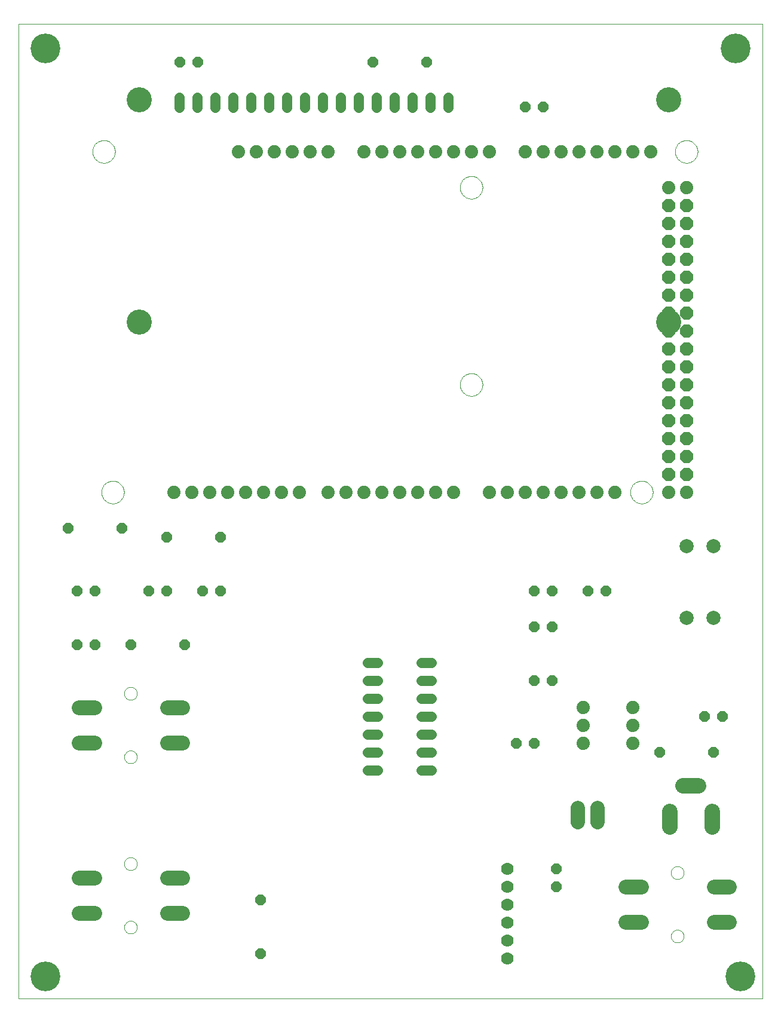
<source format=gtl>
G75*
%MOIN*%
%OFA0B0*%
%FSLAX24Y24*%
%IPPOS*%
%LPD*%
%AMOC8*
5,1,8,0,0,1.08239X$1,22.5*
%
%ADD10C,0.0000*%
%ADD11C,0.0740*%
%ADD12OC8,0.0740*%
%ADD13C,0.0700*%
%ADD14OC8,0.0576*%
%ADD15C,0.0576*%
%ADD16C,0.1400*%
%ADD17C,0.0846*%
%ADD18C,0.0810*%
%ADD19C,0.0792*%
%ADD20C,0.0860*%
%ADD21C,0.1660*%
D10*
X000100Y000100D02*
X000100Y054470D01*
X041592Y054470D01*
X041592Y000100D01*
X000100Y000100D01*
X005995Y004080D02*
X005997Y004117D01*
X006003Y004154D01*
X006012Y004190D01*
X006026Y004224D01*
X006043Y004257D01*
X006063Y004289D01*
X006086Y004318D01*
X006112Y004344D01*
X006141Y004367D01*
X006172Y004387D01*
X006206Y004404D01*
X006240Y004418D01*
X006276Y004427D01*
X006313Y004433D01*
X006350Y004435D01*
X006387Y004433D01*
X006424Y004427D01*
X006460Y004418D01*
X006494Y004404D01*
X006527Y004387D01*
X006559Y004367D01*
X006588Y004344D01*
X006614Y004318D01*
X006637Y004289D01*
X006657Y004258D01*
X006674Y004224D01*
X006688Y004190D01*
X006697Y004154D01*
X006703Y004117D01*
X006705Y004080D01*
X006703Y004043D01*
X006697Y004006D01*
X006688Y003970D01*
X006674Y003936D01*
X006657Y003903D01*
X006637Y003871D01*
X006614Y003842D01*
X006588Y003816D01*
X006559Y003793D01*
X006528Y003773D01*
X006494Y003756D01*
X006460Y003742D01*
X006424Y003733D01*
X006387Y003727D01*
X006350Y003725D01*
X006313Y003727D01*
X006276Y003733D01*
X006240Y003742D01*
X006206Y003756D01*
X006173Y003773D01*
X006141Y003793D01*
X006112Y003816D01*
X006086Y003842D01*
X006063Y003871D01*
X006043Y003902D01*
X006026Y003936D01*
X006012Y003970D01*
X006003Y004006D01*
X005997Y004043D01*
X005995Y004080D01*
X005995Y007620D02*
X005997Y007657D01*
X006003Y007694D01*
X006012Y007730D01*
X006026Y007764D01*
X006043Y007797D01*
X006063Y007829D01*
X006086Y007858D01*
X006112Y007884D01*
X006141Y007907D01*
X006172Y007927D01*
X006206Y007944D01*
X006240Y007958D01*
X006276Y007967D01*
X006313Y007973D01*
X006350Y007975D01*
X006387Y007973D01*
X006424Y007967D01*
X006460Y007958D01*
X006494Y007944D01*
X006527Y007927D01*
X006559Y007907D01*
X006588Y007884D01*
X006614Y007858D01*
X006637Y007829D01*
X006657Y007798D01*
X006674Y007764D01*
X006688Y007730D01*
X006697Y007694D01*
X006703Y007657D01*
X006705Y007620D01*
X006703Y007583D01*
X006697Y007546D01*
X006688Y007510D01*
X006674Y007476D01*
X006657Y007443D01*
X006637Y007411D01*
X006614Y007382D01*
X006588Y007356D01*
X006559Y007333D01*
X006528Y007313D01*
X006494Y007296D01*
X006460Y007282D01*
X006424Y007273D01*
X006387Y007267D01*
X006350Y007265D01*
X006313Y007267D01*
X006276Y007273D01*
X006240Y007282D01*
X006206Y007296D01*
X006173Y007313D01*
X006141Y007333D01*
X006112Y007356D01*
X006086Y007382D01*
X006063Y007411D01*
X006043Y007442D01*
X006026Y007476D01*
X006012Y007510D01*
X006003Y007546D01*
X005997Y007583D01*
X005995Y007620D01*
X005995Y013580D02*
X005997Y013617D01*
X006003Y013654D01*
X006012Y013690D01*
X006026Y013724D01*
X006043Y013757D01*
X006063Y013789D01*
X006086Y013818D01*
X006112Y013844D01*
X006141Y013867D01*
X006172Y013887D01*
X006206Y013904D01*
X006240Y013918D01*
X006276Y013927D01*
X006313Y013933D01*
X006350Y013935D01*
X006387Y013933D01*
X006424Y013927D01*
X006460Y013918D01*
X006494Y013904D01*
X006527Y013887D01*
X006559Y013867D01*
X006588Y013844D01*
X006614Y013818D01*
X006637Y013789D01*
X006657Y013758D01*
X006674Y013724D01*
X006688Y013690D01*
X006697Y013654D01*
X006703Y013617D01*
X006705Y013580D01*
X006703Y013543D01*
X006697Y013506D01*
X006688Y013470D01*
X006674Y013436D01*
X006657Y013403D01*
X006637Y013371D01*
X006614Y013342D01*
X006588Y013316D01*
X006559Y013293D01*
X006528Y013273D01*
X006494Y013256D01*
X006460Y013242D01*
X006424Y013233D01*
X006387Y013227D01*
X006350Y013225D01*
X006313Y013227D01*
X006276Y013233D01*
X006240Y013242D01*
X006206Y013256D01*
X006173Y013273D01*
X006141Y013293D01*
X006112Y013316D01*
X006086Y013342D01*
X006063Y013371D01*
X006043Y013402D01*
X006026Y013436D01*
X006012Y013470D01*
X006003Y013506D01*
X005997Y013543D01*
X005995Y013580D01*
X005995Y017120D02*
X005997Y017157D01*
X006003Y017194D01*
X006012Y017230D01*
X006026Y017264D01*
X006043Y017297D01*
X006063Y017329D01*
X006086Y017358D01*
X006112Y017384D01*
X006141Y017407D01*
X006172Y017427D01*
X006206Y017444D01*
X006240Y017458D01*
X006276Y017467D01*
X006313Y017473D01*
X006350Y017475D01*
X006387Y017473D01*
X006424Y017467D01*
X006460Y017458D01*
X006494Y017444D01*
X006527Y017427D01*
X006559Y017407D01*
X006588Y017384D01*
X006614Y017358D01*
X006637Y017329D01*
X006657Y017298D01*
X006674Y017264D01*
X006688Y017230D01*
X006697Y017194D01*
X006703Y017157D01*
X006705Y017120D01*
X006703Y017083D01*
X006697Y017046D01*
X006688Y017010D01*
X006674Y016976D01*
X006657Y016943D01*
X006637Y016911D01*
X006614Y016882D01*
X006588Y016856D01*
X006559Y016833D01*
X006528Y016813D01*
X006494Y016796D01*
X006460Y016782D01*
X006424Y016773D01*
X006387Y016767D01*
X006350Y016765D01*
X006313Y016767D01*
X006276Y016773D01*
X006240Y016782D01*
X006206Y016796D01*
X006173Y016813D01*
X006141Y016833D01*
X006112Y016856D01*
X006086Y016882D01*
X006063Y016911D01*
X006043Y016942D01*
X006026Y016976D01*
X006012Y017010D01*
X006003Y017046D01*
X005997Y017083D01*
X005995Y017120D01*
X004720Y028350D02*
X004722Y028400D01*
X004728Y028450D01*
X004738Y028499D01*
X004752Y028547D01*
X004769Y028594D01*
X004790Y028639D01*
X004815Y028683D01*
X004843Y028724D01*
X004875Y028763D01*
X004909Y028800D01*
X004946Y028834D01*
X004986Y028864D01*
X005028Y028891D01*
X005072Y028915D01*
X005118Y028936D01*
X005165Y028952D01*
X005213Y028965D01*
X005263Y028974D01*
X005312Y028979D01*
X005363Y028980D01*
X005413Y028977D01*
X005462Y028970D01*
X005511Y028959D01*
X005559Y028944D01*
X005605Y028926D01*
X005650Y028904D01*
X005693Y028878D01*
X005734Y028849D01*
X005773Y028817D01*
X005809Y028782D01*
X005841Y028744D01*
X005871Y028704D01*
X005898Y028661D01*
X005921Y028617D01*
X005940Y028571D01*
X005956Y028523D01*
X005968Y028474D01*
X005976Y028425D01*
X005980Y028375D01*
X005980Y028325D01*
X005976Y028275D01*
X005968Y028226D01*
X005956Y028177D01*
X005940Y028129D01*
X005921Y028083D01*
X005898Y028039D01*
X005871Y027996D01*
X005841Y027956D01*
X005809Y027918D01*
X005773Y027883D01*
X005734Y027851D01*
X005693Y027822D01*
X005650Y027796D01*
X005605Y027774D01*
X005559Y027756D01*
X005511Y027741D01*
X005462Y027730D01*
X005413Y027723D01*
X005363Y027720D01*
X005312Y027721D01*
X005263Y027726D01*
X005213Y027735D01*
X005165Y027748D01*
X005118Y027764D01*
X005072Y027785D01*
X005028Y027809D01*
X004986Y027836D01*
X004946Y027866D01*
X004909Y027900D01*
X004875Y027937D01*
X004843Y027976D01*
X004815Y028017D01*
X004790Y028061D01*
X004769Y028106D01*
X004752Y028153D01*
X004738Y028201D01*
X004728Y028250D01*
X004722Y028300D01*
X004720Y028350D01*
X004220Y047350D02*
X004222Y047400D01*
X004228Y047450D01*
X004238Y047499D01*
X004252Y047547D01*
X004269Y047594D01*
X004290Y047639D01*
X004315Y047683D01*
X004343Y047724D01*
X004375Y047763D01*
X004409Y047800D01*
X004446Y047834D01*
X004486Y047864D01*
X004528Y047891D01*
X004572Y047915D01*
X004618Y047936D01*
X004665Y047952D01*
X004713Y047965D01*
X004763Y047974D01*
X004812Y047979D01*
X004863Y047980D01*
X004913Y047977D01*
X004962Y047970D01*
X005011Y047959D01*
X005059Y047944D01*
X005105Y047926D01*
X005150Y047904D01*
X005193Y047878D01*
X005234Y047849D01*
X005273Y047817D01*
X005309Y047782D01*
X005341Y047744D01*
X005371Y047704D01*
X005398Y047661D01*
X005421Y047617D01*
X005440Y047571D01*
X005456Y047523D01*
X005468Y047474D01*
X005476Y047425D01*
X005480Y047375D01*
X005480Y047325D01*
X005476Y047275D01*
X005468Y047226D01*
X005456Y047177D01*
X005440Y047129D01*
X005421Y047083D01*
X005398Y047039D01*
X005371Y046996D01*
X005341Y046956D01*
X005309Y046918D01*
X005273Y046883D01*
X005234Y046851D01*
X005193Y046822D01*
X005150Y046796D01*
X005105Y046774D01*
X005059Y046756D01*
X005011Y046741D01*
X004962Y046730D01*
X004913Y046723D01*
X004863Y046720D01*
X004812Y046721D01*
X004763Y046726D01*
X004713Y046735D01*
X004665Y046748D01*
X004618Y046764D01*
X004572Y046785D01*
X004528Y046809D01*
X004486Y046836D01*
X004446Y046866D01*
X004409Y046900D01*
X004375Y046937D01*
X004343Y046976D01*
X004315Y047017D01*
X004290Y047061D01*
X004269Y047106D01*
X004252Y047153D01*
X004238Y047201D01*
X004228Y047250D01*
X004222Y047300D01*
X004220Y047350D01*
X024720Y045350D02*
X024722Y045400D01*
X024728Y045450D01*
X024738Y045499D01*
X024752Y045547D01*
X024769Y045594D01*
X024790Y045639D01*
X024815Y045683D01*
X024843Y045724D01*
X024875Y045763D01*
X024909Y045800D01*
X024946Y045834D01*
X024986Y045864D01*
X025028Y045891D01*
X025072Y045915D01*
X025118Y045936D01*
X025165Y045952D01*
X025213Y045965D01*
X025263Y045974D01*
X025312Y045979D01*
X025363Y045980D01*
X025413Y045977D01*
X025462Y045970D01*
X025511Y045959D01*
X025559Y045944D01*
X025605Y045926D01*
X025650Y045904D01*
X025693Y045878D01*
X025734Y045849D01*
X025773Y045817D01*
X025809Y045782D01*
X025841Y045744D01*
X025871Y045704D01*
X025898Y045661D01*
X025921Y045617D01*
X025940Y045571D01*
X025956Y045523D01*
X025968Y045474D01*
X025976Y045425D01*
X025980Y045375D01*
X025980Y045325D01*
X025976Y045275D01*
X025968Y045226D01*
X025956Y045177D01*
X025940Y045129D01*
X025921Y045083D01*
X025898Y045039D01*
X025871Y044996D01*
X025841Y044956D01*
X025809Y044918D01*
X025773Y044883D01*
X025734Y044851D01*
X025693Y044822D01*
X025650Y044796D01*
X025605Y044774D01*
X025559Y044756D01*
X025511Y044741D01*
X025462Y044730D01*
X025413Y044723D01*
X025363Y044720D01*
X025312Y044721D01*
X025263Y044726D01*
X025213Y044735D01*
X025165Y044748D01*
X025118Y044764D01*
X025072Y044785D01*
X025028Y044809D01*
X024986Y044836D01*
X024946Y044866D01*
X024909Y044900D01*
X024875Y044937D01*
X024843Y044976D01*
X024815Y045017D01*
X024790Y045061D01*
X024769Y045106D01*
X024752Y045153D01*
X024738Y045201D01*
X024728Y045250D01*
X024722Y045300D01*
X024720Y045350D01*
X024720Y034350D02*
X024722Y034400D01*
X024728Y034450D01*
X024738Y034499D01*
X024752Y034547D01*
X024769Y034594D01*
X024790Y034639D01*
X024815Y034683D01*
X024843Y034724D01*
X024875Y034763D01*
X024909Y034800D01*
X024946Y034834D01*
X024986Y034864D01*
X025028Y034891D01*
X025072Y034915D01*
X025118Y034936D01*
X025165Y034952D01*
X025213Y034965D01*
X025263Y034974D01*
X025312Y034979D01*
X025363Y034980D01*
X025413Y034977D01*
X025462Y034970D01*
X025511Y034959D01*
X025559Y034944D01*
X025605Y034926D01*
X025650Y034904D01*
X025693Y034878D01*
X025734Y034849D01*
X025773Y034817D01*
X025809Y034782D01*
X025841Y034744D01*
X025871Y034704D01*
X025898Y034661D01*
X025921Y034617D01*
X025940Y034571D01*
X025956Y034523D01*
X025968Y034474D01*
X025976Y034425D01*
X025980Y034375D01*
X025980Y034325D01*
X025976Y034275D01*
X025968Y034226D01*
X025956Y034177D01*
X025940Y034129D01*
X025921Y034083D01*
X025898Y034039D01*
X025871Y033996D01*
X025841Y033956D01*
X025809Y033918D01*
X025773Y033883D01*
X025734Y033851D01*
X025693Y033822D01*
X025650Y033796D01*
X025605Y033774D01*
X025559Y033756D01*
X025511Y033741D01*
X025462Y033730D01*
X025413Y033723D01*
X025363Y033720D01*
X025312Y033721D01*
X025263Y033726D01*
X025213Y033735D01*
X025165Y033748D01*
X025118Y033764D01*
X025072Y033785D01*
X025028Y033809D01*
X024986Y033836D01*
X024946Y033866D01*
X024909Y033900D01*
X024875Y033937D01*
X024843Y033976D01*
X024815Y034017D01*
X024790Y034061D01*
X024769Y034106D01*
X024752Y034153D01*
X024738Y034201D01*
X024728Y034250D01*
X024722Y034300D01*
X024720Y034350D01*
X034220Y028350D02*
X034222Y028400D01*
X034228Y028450D01*
X034238Y028499D01*
X034252Y028547D01*
X034269Y028594D01*
X034290Y028639D01*
X034315Y028683D01*
X034343Y028724D01*
X034375Y028763D01*
X034409Y028800D01*
X034446Y028834D01*
X034486Y028864D01*
X034528Y028891D01*
X034572Y028915D01*
X034618Y028936D01*
X034665Y028952D01*
X034713Y028965D01*
X034763Y028974D01*
X034812Y028979D01*
X034863Y028980D01*
X034913Y028977D01*
X034962Y028970D01*
X035011Y028959D01*
X035059Y028944D01*
X035105Y028926D01*
X035150Y028904D01*
X035193Y028878D01*
X035234Y028849D01*
X035273Y028817D01*
X035309Y028782D01*
X035341Y028744D01*
X035371Y028704D01*
X035398Y028661D01*
X035421Y028617D01*
X035440Y028571D01*
X035456Y028523D01*
X035468Y028474D01*
X035476Y028425D01*
X035480Y028375D01*
X035480Y028325D01*
X035476Y028275D01*
X035468Y028226D01*
X035456Y028177D01*
X035440Y028129D01*
X035421Y028083D01*
X035398Y028039D01*
X035371Y027996D01*
X035341Y027956D01*
X035309Y027918D01*
X035273Y027883D01*
X035234Y027851D01*
X035193Y027822D01*
X035150Y027796D01*
X035105Y027774D01*
X035059Y027756D01*
X035011Y027741D01*
X034962Y027730D01*
X034913Y027723D01*
X034863Y027720D01*
X034812Y027721D01*
X034763Y027726D01*
X034713Y027735D01*
X034665Y027748D01*
X034618Y027764D01*
X034572Y027785D01*
X034528Y027809D01*
X034486Y027836D01*
X034446Y027866D01*
X034409Y027900D01*
X034375Y027937D01*
X034343Y027976D01*
X034315Y028017D01*
X034290Y028061D01*
X034269Y028106D01*
X034252Y028153D01*
X034238Y028201D01*
X034228Y028250D01*
X034222Y028300D01*
X034220Y028350D01*
X036720Y047350D02*
X036722Y047400D01*
X036728Y047450D01*
X036738Y047499D01*
X036752Y047547D01*
X036769Y047594D01*
X036790Y047639D01*
X036815Y047683D01*
X036843Y047724D01*
X036875Y047763D01*
X036909Y047800D01*
X036946Y047834D01*
X036986Y047864D01*
X037028Y047891D01*
X037072Y047915D01*
X037118Y047936D01*
X037165Y047952D01*
X037213Y047965D01*
X037263Y047974D01*
X037312Y047979D01*
X037363Y047980D01*
X037413Y047977D01*
X037462Y047970D01*
X037511Y047959D01*
X037559Y047944D01*
X037605Y047926D01*
X037650Y047904D01*
X037693Y047878D01*
X037734Y047849D01*
X037773Y047817D01*
X037809Y047782D01*
X037841Y047744D01*
X037871Y047704D01*
X037898Y047661D01*
X037921Y047617D01*
X037940Y047571D01*
X037956Y047523D01*
X037968Y047474D01*
X037976Y047425D01*
X037980Y047375D01*
X037980Y047325D01*
X037976Y047275D01*
X037968Y047226D01*
X037956Y047177D01*
X037940Y047129D01*
X037921Y047083D01*
X037898Y047039D01*
X037871Y046996D01*
X037841Y046956D01*
X037809Y046918D01*
X037773Y046883D01*
X037734Y046851D01*
X037693Y046822D01*
X037650Y046796D01*
X037605Y046774D01*
X037559Y046756D01*
X037511Y046741D01*
X037462Y046730D01*
X037413Y046723D01*
X037363Y046720D01*
X037312Y046721D01*
X037263Y046726D01*
X037213Y046735D01*
X037165Y046748D01*
X037118Y046764D01*
X037072Y046785D01*
X037028Y046809D01*
X036986Y046836D01*
X036946Y046866D01*
X036909Y046900D01*
X036875Y046937D01*
X036843Y046976D01*
X036815Y047017D01*
X036790Y047061D01*
X036769Y047106D01*
X036752Y047153D01*
X036738Y047201D01*
X036728Y047250D01*
X036722Y047300D01*
X036720Y047350D01*
X036495Y007120D02*
X036497Y007157D01*
X036503Y007194D01*
X036512Y007230D01*
X036526Y007264D01*
X036543Y007297D01*
X036563Y007329D01*
X036586Y007358D01*
X036612Y007384D01*
X036641Y007407D01*
X036672Y007427D01*
X036706Y007444D01*
X036740Y007458D01*
X036776Y007467D01*
X036813Y007473D01*
X036850Y007475D01*
X036887Y007473D01*
X036924Y007467D01*
X036960Y007458D01*
X036994Y007444D01*
X037027Y007427D01*
X037059Y007407D01*
X037088Y007384D01*
X037114Y007358D01*
X037137Y007329D01*
X037157Y007298D01*
X037174Y007264D01*
X037188Y007230D01*
X037197Y007194D01*
X037203Y007157D01*
X037205Y007120D01*
X037203Y007083D01*
X037197Y007046D01*
X037188Y007010D01*
X037174Y006976D01*
X037157Y006943D01*
X037137Y006911D01*
X037114Y006882D01*
X037088Y006856D01*
X037059Y006833D01*
X037028Y006813D01*
X036994Y006796D01*
X036960Y006782D01*
X036924Y006773D01*
X036887Y006767D01*
X036850Y006765D01*
X036813Y006767D01*
X036776Y006773D01*
X036740Y006782D01*
X036706Y006796D01*
X036673Y006813D01*
X036641Y006833D01*
X036612Y006856D01*
X036586Y006882D01*
X036563Y006911D01*
X036543Y006942D01*
X036526Y006976D01*
X036512Y007010D01*
X036503Y007046D01*
X036497Y007083D01*
X036495Y007120D01*
X036495Y003580D02*
X036497Y003617D01*
X036503Y003654D01*
X036512Y003690D01*
X036526Y003724D01*
X036543Y003757D01*
X036563Y003789D01*
X036586Y003818D01*
X036612Y003844D01*
X036641Y003867D01*
X036672Y003887D01*
X036706Y003904D01*
X036740Y003918D01*
X036776Y003927D01*
X036813Y003933D01*
X036850Y003935D01*
X036887Y003933D01*
X036924Y003927D01*
X036960Y003918D01*
X036994Y003904D01*
X037027Y003887D01*
X037059Y003867D01*
X037088Y003844D01*
X037114Y003818D01*
X037137Y003789D01*
X037157Y003758D01*
X037174Y003724D01*
X037188Y003690D01*
X037197Y003654D01*
X037203Y003617D01*
X037205Y003580D01*
X037203Y003543D01*
X037197Y003506D01*
X037188Y003470D01*
X037174Y003436D01*
X037157Y003403D01*
X037137Y003371D01*
X037114Y003342D01*
X037088Y003316D01*
X037059Y003293D01*
X037028Y003273D01*
X036994Y003256D01*
X036960Y003242D01*
X036924Y003233D01*
X036887Y003227D01*
X036850Y003225D01*
X036813Y003227D01*
X036776Y003233D01*
X036740Y003242D01*
X036706Y003256D01*
X036673Y003273D01*
X036641Y003293D01*
X036612Y003316D01*
X036586Y003342D01*
X036563Y003371D01*
X036543Y003402D01*
X036526Y003436D01*
X036512Y003470D01*
X036503Y003506D01*
X036497Y003543D01*
X036495Y003580D01*
D11*
X034350Y014350D03*
X034350Y015350D03*
X034350Y016350D03*
X031600Y016350D03*
X031600Y015350D03*
X031600Y014350D03*
X031350Y028350D03*
X030350Y028350D03*
X029350Y028350D03*
X028350Y028350D03*
X027350Y028350D03*
X026350Y028350D03*
X024350Y028350D03*
X023350Y028350D03*
X022350Y028350D03*
X021350Y028350D03*
X020350Y028350D03*
X019350Y028350D03*
X018350Y028350D03*
X017350Y028350D03*
X015750Y028350D03*
X014750Y028350D03*
X013750Y028350D03*
X012750Y028350D03*
X011750Y028350D03*
X010750Y028350D03*
X009750Y028350D03*
X008750Y028350D03*
X012350Y047350D03*
X013350Y047350D03*
X014350Y047350D03*
X015350Y047350D03*
X016350Y047350D03*
X017350Y047350D03*
X019350Y047350D03*
X020350Y047350D03*
X021350Y047350D03*
X022350Y047350D03*
X023350Y047350D03*
X024350Y047350D03*
X025350Y047350D03*
X026350Y047350D03*
X028350Y047350D03*
X029350Y047350D03*
X030350Y047350D03*
X031350Y047350D03*
X032350Y047350D03*
X033350Y047350D03*
X034350Y047350D03*
X035350Y047350D03*
X036350Y045350D03*
X037350Y045350D03*
X037350Y028350D03*
X036350Y028350D03*
X033350Y028350D03*
X032350Y028350D03*
D12*
X036350Y029350D03*
X036350Y030350D03*
X036350Y031350D03*
X036350Y032350D03*
X036350Y033350D03*
X036350Y034350D03*
X036350Y035350D03*
X036350Y036350D03*
X036350Y037350D03*
X036350Y038350D03*
X036350Y039350D03*
X036350Y040350D03*
X036350Y041350D03*
X036350Y042350D03*
X036350Y043350D03*
X036350Y044350D03*
X037350Y044350D03*
X037350Y043350D03*
X037350Y042350D03*
X037350Y041350D03*
X037350Y040350D03*
X037350Y039350D03*
X037350Y038350D03*
X037350Y037350D03*
X037350Y036350D03*
X037350Y035350D03*
X037350Y034350D03*
X037350Y033350D03*
X037350Y032350D03*
X037350Y031350D03*
X037350Y030350D03*
X037350Y029350D03*
D13*
X027350Y007350D03*
X027350Y006350D03*
X027350Y005350D03*
X027350Y004350D03*
X027350Y003350D03*
X027350Y002350D03*
D14*
X030100Y006350D03*
X030100Y007350D03*
X028850Y014350D03*
X027850Y014350D03*
X028850Y017850D03*
X029850Y017850D03*
X029850Y020850D03*
X028850Y020850D03*
X028850Y022850D03*
X029850Y022850D03*
X031850Y022850D03*
X032850Y022850D03*
X038350Y015850D03*
X039350Y015850D03*
X038850Y013850D03*
X035850Y013850D03*
X013600Y005600D03*
X013600Y002600D03*
X009350Y019850D03*
X008350Y022850D03*
X007350Y022850D03*
X006350Y019850D03*
X004350Y019850D03*
X003350Y019850D03*
X003350Y022850D03*
X004350Y022850D03*
X002850Y026350D03*
X005850Y026350D03*
X008350Y025850D03*
X010350Y022850D03*
X011350Y022850D03*
X011350Y025850D03*
X028350Y049850D03*
X029350Y049850D03*
X022850Y052350D03*
X019850Y052350D03*
X010100Y052350D03*
X009100Y052350D03*
D15*
X009047Y050369D02*
X009047Y049793D01*
X010047Y049793D02*
X010047Y050369D01*
X011047Y050369D02*
X011047Y049793D01*
X012047Y049793D02*
X012047Y050369D01*
X013047Y050369D02*
X013047Y049793D01*
X014047Y049793D02*
X014047Y050369D01*
X015047Y050369D02*
X015047Y049793D01*
X016047Y049793D02*
X016047Y050369D01*
X017047Y050369D02*
X017047Y049793D01*
X018047Y049793D02*
X018047Y050369D01*
X019047Y050369D02*
X019047Y049793D01*
X020047Y049793D02*
X020047Y050369D01*
X021047Y050369D02*
X021047Y049793D01*
X022047Y049793D02*
X022047Y050369D01*
X023047Y050369D02*
X023047Y049793D01*
X024047Y049793D02*
X024047Y050369D01*
X023138Y018850D02*
X022562Y018850D01*
X022562Y017850D02*
X023138Y017850D01*
X023138Y016850D02*
X022562Y016850D01*
X022562Y015850D02*
X023138Y015850D01*
X023138Y014850D02*
X022562Y014850D01*
X022562Y013850D02*
X023138Y013850D01*
X023138Y012850D02*
X022562Y012850D01*
X020138Y012850D02*
X019562Y012850D01*
X019562Y013850D02*
X020138Y013850D01*
X020138Y014850D02*
X019562Y014850D01*
X019562Y015850D02*
X020138Y015850D01*
X020138Y016850D02*
X019562Y016850D01*
X019562Y017850D02*
X020138Y017850D01*
X020138Y018850D02*
X019562Y018850D01*
D16*
X006834Y037834D03*
X006834Y050236D03*
X036362Y050236D03*
X036362Y037834D03*
D17*
X034813Y006330D02*
X033967Y006330D01*
X033967Y004370D02*
X034813Y004370D01*
X038887Y004370D02*
X039733Y004370D01*
X039733Y006330D02*
X038887Y006330D01*
X009233Y006830D02*
X008387Y006830D01*
X008387Y004870D02*
X009233Y004870D01*
X004313Y004870D02*
X003467Y004870D01*
X003467Y006830D02*
X004313Y006830D01*
X004313Y014370D02*
X003467Y014370D01*
X003467Y016330D02*
X004313Y016330D01*
X008387Y016330D02*
X009233Y016330D01*
X009233Y014370D02*
X008387Y014370D01*
D18*
X031300Y010755D02*
X031300Y009945D01*
X032400Y009945D02*
X032400Y010755D01*
D19*
X037350Y021350D03*
X038850Y021350D03*
X038850Y025350D03*
X037350Y025350D03*
D20*
X037170Y011990D02*
X038030Y011990D01*
X038781Y010530D02*
X038781Y009670D01*
X036419Y009670D02*
X036419Y010530D01*
D21*
X040350Y001350D03*
X001600Y001350D03*
X001600Y053100D03*
X040100Y053100D03*
M02*

</source>
